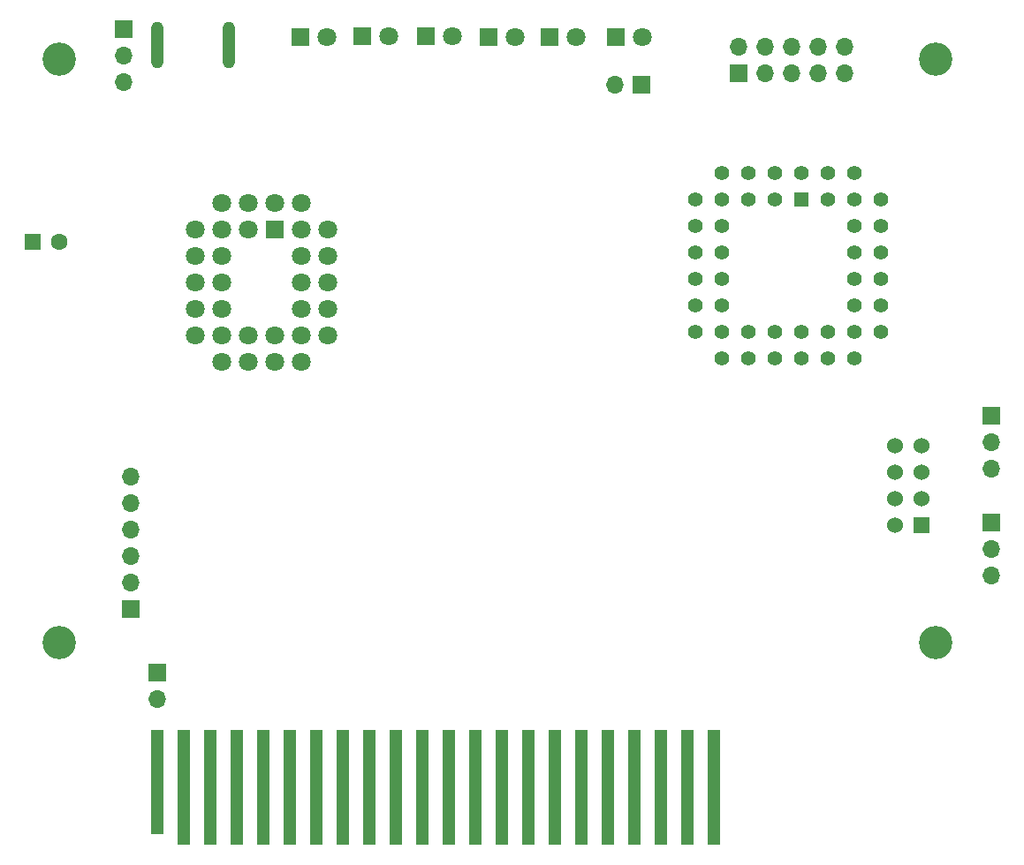
<source format=gbr>
G04 #@! TF.GenerationSoftware,KiCad,Pcbnew,(5.1.2-1)-1*
G04 #@! TF.CreationDate,2020-06-07T15:36:17+02:00*
G04 #@! TF.ProjectId,ElkWifi,456c6b57-6966-4692-9e6b-696361645f70,rev?*
G04 #@! TF.SameCoordinates,Original*
G04 #@! TF.FileFunction,Soldermask,Bot*
G04 #@! TF.FilePolarity,Negative*
%FSLAX46Y46*%
G04 Gerber Fmt 4.6, Leading zero omitted, Abs format (unit mm)*
G04 Created by KiCad (PCBNEW (5.1.2-1)-1) date 2020-06-07 15:36:17*
%MOMM*%
%LPD*%
G04 APERTURE LIST*
%ADD10C,1.600000*%
%ADD11R,1.600000X1.600000*%
%ADD12C,1.524000*%
%ADD13R,1.524000X1.524000*%
%ADD14C,1.422400*%
%ADD15R,1.422400X1.422400*%
%ADD16R,1.270000X11.000000*%
%ADD17R,1.270000X10.000000*%
%ADD18O,1.200000X4.500000*%
%ADD19O,1.700000X1.700000*%
%ADD20R,1.700000X1.700000*%
%ADD21C,1.800000*%
%ADD22R,1.800000X1.800000*%
%ADD23C,3.200000*%
G04 APERTURE END LIST*
D10*
X76947400Y-49580800D03*
D11*
X74447400Y-49580800D03*
D12*
X157078680Y-69100700D03*
X159618680Y-69100700D03*
X157078680Y-71640700D03*
X159618680Y-71640700D03*
X157078680Y-74180700D03*
X159618680Y-74180700D03*
X157078680Y-76720700D03*
D13*
X159618680Y-76720700D03*
D14*
X155702000Y-45466000D03*
X155702000Y-48006000D03*
X155702000Y-50546000D03*
X155702000Y-53086000D03*
X155702000Y-55626000D03*
X153162000Y-42926000D03*
X153162000Y-48006000D03*
X153162000Y-50546000D03*
X153162000Y-53086000D03*
X153162000Y-55626000D03*
X153162000Y-58166000D03*
X153162000Y-60706000D03*
X150622000Y-60706000D03*
X148082000Y-60706000D03*
X145542000Y-60706000D03*
X143002000Y-60706000D03*
X140462000Y-60706000D03*
X155702000Y-58166000D03*
X150622000Y-58166000D03*
X148082000Y-58166000D03*
X145542000Y-58166000D03*
X143002000Y-58166000D03*
X140462000Y-58166000D03*
X137922000Y-58166000D03*
X137922000Y-55626000D03*
X137922000Y-53086000D03*
X137922000Y-50546000D03*
X137922000Y-48006000D03*
X137922000Y-45466000D03*
X140462000Y-55626000D03*
X140462000Y-53086000D03*
X140462000Y-50546000D03*
X140462000Y-48006000D03*
X140462000Y-45466000D03*
X150622000Y-42926000D03*
X148082000Y-42926000D03*
X140462000Y-42926000D03*
X143002000Y-42926000D03*
X145542000Y-42926000D03*
X153162000Y-45466000D03*
X150622000Y-45466000D03*
X143002000Y-45466000D03*
X145542000Y-45466000D03*
D15*
X148082000Y-45466000D03*
D16*
X139748260Y-101861620D03*
X137208260Y-101861620D03*
X134668260Y-101861620D03*
X132128260Y-101861620D03*
X129588260Y-101861620D03*
X127048260Y-101861620D03*
X124508260Y-101861620D03*
X121968260Y-101861620D03*
X119428260Y-101861620D03*
X116888260Y-101861620D03*
X114348260Y-101861620D03*
X111808260Y-101861620D03*
X109268260Y-101861620D03*
X106728260Y-101861620D03*
X104188260Y-101861620D03*
X101648260Y-101861620D03*
X99108260Y-101861620D03*
X96568260Y-101861620D03*
X94028260Y-101861620D03*
X91488260Y-101861620D03*
X88948260Y-101861620D03*
D17*
X86357460Y-101345620D03*
D18*
X86347300Y-30683200D03*
X93205300Y-30683200D03*
D19*
X86357460Y-93454220D03*
D20*
X86357460Y-90914220D03*
D19*
X83195160Y-34274760D03*
X83195160Y-31734760D03*
D20*
X83195160Y-29194760D03*
D21*
X102661720Y-29885640D03*
D22*
X100121720Y-29885640D03*
D21*
X102692200Y-48387000D03*
X102692200Y-50927000D03*
X102692200Y-53467000D03*
X102692200Y-56007000D03*
X102692200Y-58547000D03*
X100152200Y-50927000D03*
X100152200Y-53467000D03*
X100152200Y-56007000D03*
X100152200Y-61087000D03*
X97612200Y-61087000D03*
X95072200Y-61087000D03*
X92532200Y-61087000D03*
X100152200Y-58547000D03*
X97612200Y-58547000D03*
X95072200Y-58547000D03*
X92532200Y-58547000D03*
X89992200Y-58547000D03*
X89992200Y-56007000D03*
X89992200Y-53467000D03*
X89992200Y-50927000D03*
X89992200Y-48387000D03*
X92532200Y-56007000D03*
X92532200Y-53467000D03*
X92532200Y-50927000D03*
X92532200Y-48387000D03*
X100152200Y-45847000D03*
X97612200Y-45847000D03*
X92532200Y-45847000D03*
X95072200Y-45847000D03*
X102692200Y-48387000D03*
X100152200Y-48387000D03*
X95072200Y-48387000D03*
D22*
X97612200Y-48387000D03*
D19*
X130263900Y-34483040D03*
D20*
X132803900Y-34483040D03*
D19*
X152290780Y-30883860D03*
X152290780Y-33423860D03*
X149750780Y-30883860D03*
X149750780Y-33423860D03*
X147210780Y-30883860D03*
X147210780Y-33423860D03*
X144670780Y-30883860D03*
X144670780Y-33423860D03*
X142130780Y-30883860D03*
D20*
X142130780Y-33423860D03*
D19*
X83804760Y-72069960D03*
X83804760Y-74609960D03*
X83804760Y-77149960D03*
X83804760Y-79689960D03*
X83804760Y-82229960D03*
D20*
X83804760Y-84769960D03*
D19*
X166293800Y-81549240D03*
X166293800Y-79009240D03*
D20*
X166293800Y-76469240D03*
D19*
X166293800Y-71338440D03*
X166293800Y-68798440D03*
D20*
X166293800Y-66258440D03*
D23*
X77000000Y-88000000D03*
X161000000Y-88000000D03*
X161000000Y-32000000D03*
X77000000Y-32000000D03*
D21*
X132897880Y-29885640D03*
D22*
X130357880Y-29885640D03*
D21*
X126547880Y-29885640D03*
D22*
X124007880Y-29885640D03*
D21*
X120705880Y-29885640D03*
D22*
X118165880Y-29885640D03*
D21*
X114686080Y-29855160D03*
D22*
X112146080Y-29855160D03*
D21*
X108590080Y-29855160D03*
D22*
X106050080Y-29855160D03*
M02*

</source>
